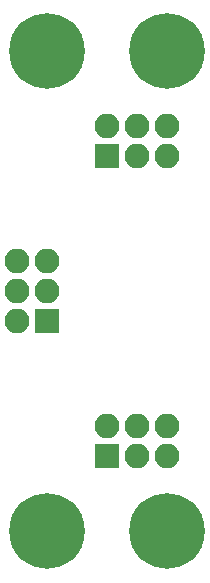
<source format=gbr>
G04 #@! TF.GenerationSoftware,KiCad,Pcbnew,(6.0.0-rc1-dev-205-gc0615c5ef)*
G04 #@! TF.CreationDate,2019-09-04T07:50:23+02:00*
G04 #@! TF.ProjectId,TPS65133_2,54505336353133335F322E6B69636164,v01*
G04 #@! TF.SameCoordinates,Original*
G04 #@! TF.FileFunction,Soldermask,Bot*
G04 #@! TF.FilePolarity,Negative*
%FSLAX46Y46*%
G04 Gerber Fmt 4.6, Leading zero omitted, Abs format (unit mm)*
G04 Created by KiCad (PCBNEW (6.0.0-rc1-dev-205-gc0615c5ef)) date 09/04/19 07:50:23*
%MOMM*%
%LPD*%
G01*
G04 APERTURE LIST*
%ADD10C,6.400000*%
%ADD11R,2.100000X2.100000*%
%ADD12O,2.100000X2.100000*%
G04 APERTURE END LIST*
D10*
G04 #@! TO.C,MH1*
X111760000Y-63500000D03*
G04 #@! TD*
G04 #@! TO.C,MH2*
X111760000Y-104140000D03*
G04 #@! TD*
G04 #@! TO.C,MH3*
X121920000Y-63500000D03*
G04 #@! TD*
G04 #@! TO.C,MH4*
X121920000Y-104140000D03*
G04 #@! TD*
D11*
G04 #@! TO.C,J1*
X111760000Y-86360000D03*
D12*
X109220000Y-86360000D03*
X111760000Y-83820000D03*
X109220000Y-83820000D03*
X111760000Y-81280000D03*
X109220000Y-81280000D03*
G04 #@! TD*
G04 #@! TO.C,J2*
X121920000Y-95250000D03*
X121920000Y-97790000D03*
X119380000Y-95250000D03*
X119380000Y-97790000D03*
X116840000Y-95250000D03*
D11*
X116840000Y-97790000D03*
G04 #@! TD*
G04 #@! TO.C,J3*
X116840000Y-72390000D03*
D12*
X116840000Y-69850000D03*
X119380000Y-72390000D03*
X119380000Y-69850000D03*
X121920000Y-72390000D03*
X121920000Y-69850000D03*
G04 #@! TD*
M02*

</source>
